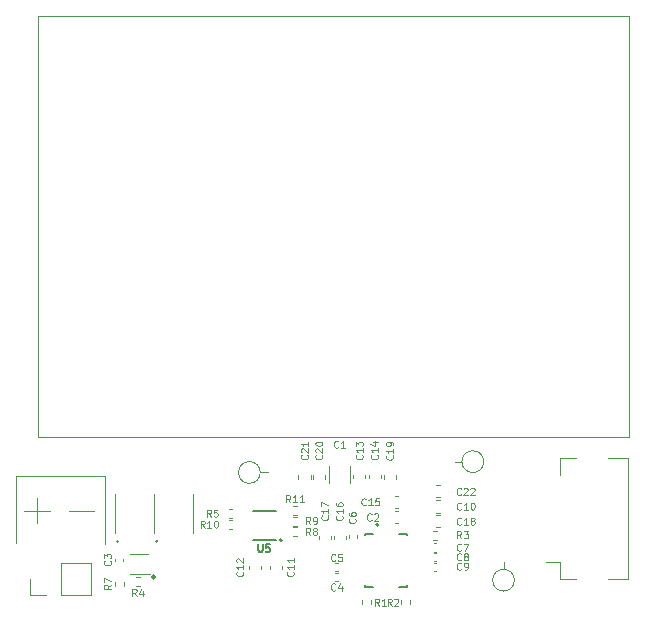
<source format=gbr>
G04 #@! TF.GenerationSoftware,KiCad,Pcbnew,(6.0.0)*
G04 #@! TF.CreationDate,2022-01-13T15:12:20+08:00*
G04 #@! TF.ProjectId,WirelessPower,57697265-6c65-4737-9350-6f7765722e6b,rev?*
G04 #@! TF.SameCoordinates,Original*
G04 #@! TF.FileFunction,Legend,Top*
G04 #@! TF.FilePolarity,Positive*
%FSLAX46Y46*%
G04 Gerber Fmt 4.6, Leading zero omitted, Abs format (unit mm)*
G04 Created by KiCad (PCBNEW (6.0.0)) date 2022-01-13 15:12:20*
%MOMM*%
%LPD*%
G01*
G04 APERTURE LIST*
%ADD10C,0.120000*%
%ADD11C,0.150000*%
%ADD12C,0.100000*%
%ADD13C,0.127000*%
%ADD14C,0.200000*%
G04 APERTURE END LIST*
D10*
X184610000Y-73390000D02*
X184610000Y-109080000D01*
X134610000Y-109080000D02*
X184610000Y-109080000D01*
X132740000Y-112320000D02*
X140240000Y-112320000D01*
X140240000Y-112320000D02*
X140240000Y-118110000D01*
X134510000Y-116370000D02*
X134510000Y-114210000D01*
X137210000Y-115290000D02*
X139370000Y-115290000D01*
X133440000Y-115290000D02*
X135600000Y-115290000D01*
X134610000Y-73390000D02*
X184610000Y-73390000D01*
X134610000Y-73390000D02*
X134610000Y-109080000D01*
X132740000Y-112320000D02*
X132740000Y-118020000D01*
D11*
X144555529Y-120920000D02*
G75*
G03*
X144555529Y-120920000I-165529J0D01*
G01*
G04 #@! TO.C,U5*
X153250380Y-118145922D02*
X153250380Y-118664018D01*
X153280857Y-118724970D01*
X153311333Y-118755446D01*
X153372285Y-118785922D01*
X153494190Y-118785922D01*
X153555142Y-118755446D01*
X153585619Y-118724970D01*
X153616095Y-118664018D01*
X153616095Y-118145922D01*
X154225619Y-118145922D02*
X153920857Y-118145922D01*
X153890380Y-118450684D01*
X153920857Y-118420208D01*
X153981809Y-118389732D01*
X154134190Y-118389732D01*
X154195142Y-118420208D01*
X154225619Y-118450684D01*
X154256095Y-118511637D01*
X154256095Y-118664018D01*
X154225619Y-118724970D01*
X154195142Y-118755446D01*
X154134190Y-118785922D01*
X153981809Y-118785922D01*
X153920857Y-118755446D01*
X153890380Y-118724970D01*
D12*
G04 #@! TO.C,C3*
X140734285Y-119540000D02*
X140762857Y-119568571D01*
X140791428Y-119654285D01*
X140791428Y-119711428D01*
X140762857Y-119797142D01*
X140705714Y-119854285D01*
X140648571Y-119882857D01*
X140534285Y-119911428D01*
X140448571Y-119911428D01*
X140334285Y-119882857D01*
X140277142Y-119854285D01*
X140220000Y-119797142D01*
X140191428Y-119711428D01*
X140191428Y-119654285D01*
X140220000Y-119568571D01*
X140248571Y-119540000D01*
X140191428Y-119340000D02*
X140191428Y-118968571D01*
X140420000Y-119168571D01*
X140420000Y-119082857D01*
X140448571Y-119025714D01*
X140477142Y-118997142D01*
X140534285Y-118968571D01*
X140677142Y-118968571D01*
X140734285Y-118997142D01*
X140762857Y-119025714D01*
X140791428Y-119082857D01*
X140791428Y-119254285D01*
X140762857Y-119311428D01*
X140734285Y-119340000D01*
G04 #@! TO.C,R4*
X142940000Y-122511428D02*
X142740000Y-122225714D01*
X142597142Y-122511428D02*
X142597142Y-121911428D01*
X142825714Y-121911428D01*
X142882857Y-121940000D01*
X142911428Y-121968571D01*
X142940000Y-122025714D01*
X142940000Y-122111428D01*
X142911428Y-122168571D01*
X142882857Y-122197142D01*
X142825714Y-122225714D01*
X142597142Y-122225714D01*
X143454285Y-122111428D02*
X143454285Y-122511428D01*
X143311428Y-121882857D02*
X143168571Y-122311428D01*
X143540000Y-122311428D01*
G04 #@! TO.C,R7*
X140791428Y-121570000D02*
X140505714Y-121770000D01*
X140791428Y-121912857D02*
X140191428Y-121912857D01*
X140191428Y-121684285D01*
X140220000Y-121627142D01*
X140248571Y-121598571D01*
X140305714Y-121570000D01*
X140391428Y-121570000D01*
X140448571Y-121598571D01*
X140477142Y-121627142D01*
X140505714Y-121684285D01*
X140505714Y-121912857D01*
X140191428Y-121370000D02*
X140191428Y-120970000D01*
X140791428Y-121227142D01*
G04 #@! TO.C,C1*
X160020000Y-109904285D02*
X159991428Y-109932857D01*
X159905714Y-109961428D01*
X159848571Y-109961428D01*
X159762857Y-109932857D01*
X159705714Y-109875714D01*
X159677142Y-109818571D01*
X159648571Y-109704285D01*
X159648571Y-109618571D01*
X159677142Y-109504285D01*
X159705714Y-109447142D01*
X159762857Y-109390000D01*
X159848571Y-109361428D01*
X159905714Y-109361428D01*
X159991428Y-109390000D01*
X160020000Y-109418571D01*
X160591428Y-109961428D02*
X160248571Y-109961428D01*
X160420000Y-109961428D02*
X160420000Y-109361428D01*
X160362857Y-109447142D01*
X160305714Y-109504285D01*
X160248571Y-109532857D01*
G04 #@! TO.C,C2*
X162835000Y-116074285D02*
X162806428Y-116102857D01*
X162720714Y-116131428D01*
X162663571Y-116131428D01*
X162577857Y-116102857D01*
X162520714Y-116045714D01*
X162492142Y-115988571D01*
X162463571Y-115874285D01*
X162463571Y-115788571D01*
X162492142Y-115674285D01*
X162520714Y-115617142D01*
X162577857Y-115560000D01*
X162663571Y-115531428D01*
X162720714Y-115531428D01*
X162806428Y-115560000D01*
X162835000Y-115588571D01*
X163063571Y-115588571D02*
X163092142Y-115560000D01*
X163149285Y-115531428D01*
X163292142Y-115531428D01*
X163349285Y-115560000D01*
X163377857Y-115588571D01*
X163406428Y-115645714D01*
X163406428Y-115702857D01*
X163377857Y-115788571D01*
X163035000Y-116131428D01*
X163406428Y-116131428D01*
G04 #@! TO.C,C4*
X159780000Y-121994285D02*
X159751428Y-122022857D01*
X159665714Y-122051428D01*
X159608571Y-122051428D01*
X159522857Y-122022857D01*
X159465714Y-121965714D01*
X159437142Y-121908571D01*
X159408571Y-121794285D01*
X159408571Y-121708571D01*
X159437142Y-121594285D01*
X159465714Y-121537142D01*
X159522857Y-121480000D01*
X159608571Y-121451428D01*
X159665714Y-121451428D01*
X159751428Y-121480000D01*
X159780000Y-121508571D01*
X160294285Y-121651428D02*
X160294285Y-122051428D01*
X160151428Y-121422857D02*
X160008571Y-121851428D01*
X160380000Y-121851428D01*
G04 #@! TO.C,C5*
X159780000Y-119504285D02*
X159751428Y-119532857D01*
X159665714Y-119561428D01*
X159608571Y-119561428D01*
X159522857Y-119532857D01*
X159465714Y-119475714D01*
X159437142Y-119418571D01*
X159408571Y-119304285D01*
X159408571Y-119218571D01*
X159437142Y-119104285D01*
X159465714Y-119047142D01*
X159522857Y-118990000D01*
X159608571Y-118961428D01*
X159665714Y-118961428D01*
X159751428Y-118990000D01*
X159780000Y-119018571D01*
X160322857Y-118961428D02*
X160037142Y-118961428D01*
X160008571Y-119247142D01*
X160037142Y-119218571D01*
X160094285Y-119190000D01*
X160237142Y-119190000D01*
X160294285Y-119218571D01*
X160322857Y-119247142D01*
X160351428Y-119304285D01*
X160351428Y-119447142D01*
X160322857Y-119504285D01*
X160294285Y-119532857D01*
X160237142Y-119561428D01*
X160094285Y-119561428D01*
X160037142Y-119532857D01*
X160008571Y-119504285D01*
G04 #@! TO.C,C6*
X161449285Y-115965000D02*
X161477857Y-115993571D01*
X161506428Y-116079285D01*
X161506428Y-116136428D01*
X161477857Y-116222142D01*
X161420714Y-116279285D01*
X161363571Y-116307857D01*
X161249285Y-116336428D01*
X161163571Y-116336428D01*
X161049285Y-116307857D01*
X160992142Y-116279285D01*
X160935000Y-116222142D01*
X160906428Y-116136428D01*
X160906428Y-116079285D01*
X160935000Y-115993571D01*
X160963571Y-115965000D01*
X160906428Y-115450714D02*
X160906428Y-115565000D01*
X160935000Y-115622142D01*
X160963571Y-115650714D01*
X161049285Y-115707857D01*
X161163571Y-115736428D01*
X161392142Y-115736428D01*
X161449285Y-115707857D01*
X161477857Y-115679285D01*
X161506428Y-115622142D01*
X161506428Y-115507857D01*
X161477857Y-115450714D01*
X161449285Y-115422142D01*
X161392142Y-115393571D01*
X161249285Y-115393571D01*
X161192142Y-115422142D01*
X161163571Y-115450714D01*
X161135000Y-115507857D01*
X161135000Y-115622142D01*
X161163571Y-115679285D01*
X161192142Y-115707857D01*
X161249285Y-115736428D01*
G04 #@! TO.C,C7*
X170424286Y-118624285D02*
X170395714Y-118652857D01*
X170310000Y-118681428D01*
X170252857Y-118681428D01*
X170167143Y-118652857D01*
X170110000Y-118595714D01*
X170081428Y-118538571D01*
X170052857Y-118424285D01*
X170052857Y-118338571D01*
X170081428Y-118224285D01*
X170110000Y-118167142D01*
X170167143Y-118110000D01*
X170252857Y-118081428D01*
X170310000Y-118081428D01*
X170395714Y-118110000D01*
X170424286Y-118138571D01*
X170624286Y-118081428D02*
X171024286Y-118081428D01*
X170767143Y-118681428D01*
G04 #@! TO.C,C8*
X170424286Y-119434285D02*
X170395714Y-119462857D01*
X170310000Y-119491428D01*
X170252857Y-119491428D01*
X170167143Y-119462857D01*
X170110000Y-119405714D01*
X170081428Y-119348571D01*
X170052857Y-119234285D01*
X170052857Y-119148571D01*
X170081428Y-119034285D01*
X170110000Y-118977142D01*
X170167143Y-118920000D01*
X170252857Y-118891428D01*
X170310000Y-118891428D01*
X170395714Y-118920000D01*
X170424286Y-118948571D01*
X170767143Y-119148571D02*
X170710000Y-119120000D01*
X170681428Y-119091428D01*
X170652857Y-119034285D01*
X170652857Y-119005714D01*
X170681428Y-118948571D01*
X170710000Y-118920000D01*
X170767143Y-118891428D01*
X170881428Y-118891428D01*
X170938571Y-118920000D01*
X170967143Y-118948571D01*
X170995714Y-119005714D01*
X170995714Y-119034285D01*
X170967143Y-119091428D01*
X170938571Y-119120000D01*
X170881428Y-119148571D01*
X170767143Y-119148571D01*
X170710000Y-119177142D01*
X170681428Y-119205714D01*
X170652857Y-119262857D01*
X170652857Y-119377142D01*
X170681428Y-119434285D01*
X170710000Y-119462857D01*
X170767143Y-119491428D01*
X170881428Y-119491428D01*
X170938571Y-119462857D01*
X170967143Y-119434285D01*
X170995714Y-119377142D01*
X170995714Y-119262857D01*
X170967143Y-119205714D01*
X170938571Y-119177142D01*
X170881428Y-119148571D01*
G04 #@! TO.C,C9*
X170424286Y-120244285D02*
X170395714Y-120272857D01*
X170310000Y-120301428D01*
X170252857Y-120301428D01*
X170167143Y-120272857D01*
X170110000Y-120215714D01*
X170081428Y-120158571D01*
X170052857Y-120044285D01*
X170052857Y-119958571D01*
X170081428Y-119844285D01*
X170110000Y-119787142D01*
X170167143Y-119730000D01*
X170252857Y-119701428D01*
X170310000Y-119701428D01*
X170395714Y-119730000D01*
X170424286Y-119758571D01*
X170710000Y-120301428D02*
X170824286Y-120301428D01*
X170881428Y-120272857D01*
X170910000Y-120244285D01*
X170967143Y-120158571D01*
X170995714Y-120044285D01*
X170995714Y-119815714D01*
X170967143Y-119758571D01*
X170938571Y-119730000D01*
X170881428Y-119701428D01*
X170767143Y-119701428D01*
X170710000Y-119730000D01*
X170681428Y-119758571D01*
X170652857Y-119815714D01*
X170652857Y-119958571D01*
X170681428Y-120015714D01*
X170710000Y-120044285D01*
X170767143Y-120072857D01*
X170881428Y-120072857D01*
X170938571Y-120044285D01*
X170967143Y-120015714D01*
X170995714Y-119958571D01*
G04 #@! TO.C,C10*
X170424285Y-115164285D02*
X170395714Y-115192857D01*
X170310000Y-115221428D01*
X170252857Y-115221428D01*
X170167142Y-115192857D01*
X170110000Y-115135714D01*
X170081428Y-115078571D01*
X170052857Y-114964285D01*
X170052857Y-114878571D01*
X170081428Y-114764285D01*
X170110000Y-114707142D01*
X170167142Y-114650000D01*
X170252857Y-114621428D01*
X170310000Y-114621428D01*
X170395714Y-114650000D01*
X170424285Y-114678571D01*
X170995714Y-115221428D02*
X170652857Y-115221428D01*
X170824285Y-115221428D02*
X170824285Y-114621428D01*
X170767142Y-114707142D01*
X170710000Y-114764285D01*
X170652857Y-114792857D01*
X171367142Y-114621428D02*
X171424285Y-114621428D01*
X171481428Y-114650000D01*
X171510000Y-114678571D01*
X171538571Y-114735714D01*
X171567142Y-114850000D01*
X171567142Y-114992857D01*
X171538571Y-115107142D01*
X171510000Y-115164285D01*
X171481428Y-115192857D01*
X171424285Y-115221428D01*
X171367142Y-115221428D01*
X171310000Y-115192857D01*
X171281428Y-115164285D01*
X171252857Y-115107142D01*
X171224285Y-114992857D01*
X171224285Y-114850000D01*
X171252857Y-114735714D01*
X171281428Y-114678571D01*
X171310000Y-114650000D01*
X171367142Y-114621428D01*
G04 #@! TO.C,C11*
X156194285Y-120445714D02*
X156222857Y-120474285D01*
X156251428Y-120560000D01*
X156251428Y-120617142D01*
X156222857Y-120702857D01*
X156165714Y-120760000D01*
X156108571Y-120788571D01*
X155994285Y-120817142D01*
X155908571Y-120817142D01*
X155794285Y-120788571D01*
X155737142Y-120760000D01*
X155680000Y-120702857D01*
X155651428Y-120617142D01*
X155651428Y-120560000D01*
X155680000Y-120474285D01*
X155708571Y-120445714D01*
X156251428Y-119874285D02*
X156251428Y-120217142D01*
X156251428Y-120045714D02*
X155651428Y-120045714D01*
X155737142Y-120102857D01*
X155794285Y-120160000D01*
X155822857Y-120217142D01*
X156251428Y-119302857D02*
X156251428Y-119645714D01*
X156251428Y-119474285D02*
X155651428Y-119474285D01*
X155737142Y-119531428D01*
X155794285Y-119588571D01*
X155822857Y-119645714D01*
G04 #@! TO.C,C12*
X151934285Y-120465714D02*
X151962857Y-120494285D01*
X151991428Y-120580000D01*
X151991428Y-120637142D01*
X151962857Y-120722857D01*
X151905714Y-120780000D01*
X151848571Y-120808571D01*
X151734285Y-120837142D01*
X151648571Y-120837142D01*
X151534285Y-120808571D01*
X151477142Y-120780000D01*
X151420000Y-120722857D01*
X151391428Y-120637142D01*
X151391428Y-120580000D01*
X151420000Y-120494285D01*
X151448571Y-120465714D01*
X151991428Y-119894285D02*
X151991428Y-120237142D01*
X151991428Y-120065714D02*
X151391428Y-120065714D01*
X151477142Y-120122857D01*
X151534285Y-120180000D01*
X151562857Y-120237142D01*
X151448571Y-119665714D02*
X151420000Y-119637142D01*
X151391428Y-119580000D01*
X151391428Y-119437142D01*
X151420000Y-119380000D01*
X151448571Y-119351428D01*
X151505714Y-119322857D01*
X151562857Y-119322857D01*
X151648571Y-119351428D01*
X151991428Y-119694285D01*
X151991428Y-119322857D01*
G04 #@! TO.C,R1*
X163470000Y-123331428D02*
X163270000Y-123045714D01*
X163127142Y-123331428D02*
X163127142Y-122731428D01*
X163355714Y-122731428D01*
X163412857Y-122760000D01*
X163441428Y-122788571D01*
X163470000Y-122845714D01*
X163470000Y-122931428D01*
X163441428Y-122988571D01*
X163412857Y-123017142D01*
X163355714Y-123045714D01*
X163127142Y-123045714D01*
X164041428Y-123331428D02*
X163698571Y-123331428D01*
X163870000Y-123331428D02*
X163870000Y-122731428D01*
X163812857Y-122817142D01*
X163755714Y-122874285D01*
X163698571Y-122902857D01*
G04 #@! TO.C,R2*
X164540000Y-123331428D02*
X164340000Y-123045714D01*
X164197142Y-123331428D02*
X164197142Y-122731428D01*
X164425714Y-122731428D01*
X164482857Y-122760000D01*
X164511428Y-122788571D01*
X164540000Y-122845714D01*
X164540000Y-122931428D01*
X164511428Y-122988571D01*
X164482857Y-123017142D01*
X164425714Y-123045714D01*
X164197142Y-123045714D01*
X164768571Y-122788571D02*
X164797142Y-122760000D01*
X164854285Y-122731428D01*
X164997142Y-122731428D01*
X165054285Y-122760000D01*
X165082857Y-122788571D01*
X165111428Y-122845714D01*
X165111428Y-122902857D01*
X165082857Y-122988571D01*
X164740000Y-123331428D01*
X165111428Y-123331428D01*
G04 #@! TO.C,R3*
X170424286Y-117621428D02*
X170224286Y-117335714D01*
X170081428Y-117621428D02*
X170081428Y-117021428D01*
X170310000Y-117021428D01*
X170367143Y-117050000D01*
X170395714Y-117078571D01*
X170424286Y-117135714D01*
X170424286Y-117221428D01*
X170395714Y-117278571D01*
X170367143Y-117307142D01*
X170310000Y-117335714D01*
X170081428Y-117335714D01*
X170624286Y-117021428D02*
X170995714Y-117021428D01*
X170795714Y-117250000D01*
X170881428Y-117250000D01*
X170938571Y-117278571D01*
X170967143Y-117307142D01*
X170995714Y-117364285D01*
X170995714Y-117507142D01*
X170967143Y-117564285D01*
X170938571Y-117592857D01*
X170881428Y-117621428D01*
X170710000Y-117621428D01*
X170652857Y-117592857D01*
X170624286Y-117564285D01*
G04 #@! TO.C,R5*
X149240000Y-115811428D02*
X149040000Y-115525714D01*
X148897142Y-115811428D02*
X148897142Y-115211428D01*
X149125714Y-115211428D01*
X149182857Y-115240000D01*
X149211428Y-115268571D01*
X149240000Y-115325714D01*
X149240000Y-115411428D01*
X149211428Y-115468571D01*
X149182857Y-115497142D01*
X149125714Y-115525714D01*
X148897142Y-115525714D01*
X149782857Y-115211428D02*
X149497142Y-115211428D01*
X149468571Y-115497142D01*
X149497142Y-115468571D01*
X149554285Y-115440000D01*
X149697142Y-115440000D01*
X149754285Y-115468571D01*
X149782857Y-115497142D01*
X149811428Y-115554285D01*
X149811428Y-115697142D01*
X149782857Y-115754285D01*
X149754285Y-115782857D01*
X149697142Y-115811428D01*
X149554285Y-115811428D01*
X149497142Y-115782857D01*
X149468571Y-115754285D01*
G04 #@! TO.C,R8*
X157650000Y-117361428D02*
X157450000Y-117075714D01*
X157307142Y-117361428D02*
X157307142Y-116761428D01*
X157535714Y-116761428D01*
X157592857Y-116790000D01*
X157621428Y-116818571D01*
X157650000Y-116875714D01*
X157650000Y-116961428D01*
X157621428Y-117018571D01*
X157592857Y-117047142D01*
X157535714Y-117075714D01*
X157307142Y-117075714D01*
X157992857Y-117018571D02*
X157935714Y-116990000D01*
X157907142Y-116961428D01*
X157878571Y-116904285D01*
X157878571Y-116875714D01*
X157907142Y-116818571D01*
X157935714Y-116790000D01*
X157992857Y-116761428D01*
X158107142Y-116761428D01*
X158164285Y-116790000D01*
X158192857Y-116818571D01*
X158221428Y-116875714D01*
X158221428Y-116904285D01*
X158192857Y-116961428D01*
X158164285Y-116990000D01*
X158107142Y-117018571D01*
X157992857Y-117018571D01*
X157935714Y-117047142D01*
X157907142Y-117075714D01*
X157878571Y-117132857D01*
X157878571Y-117247142D01*
X157907142Y-117304285D01*
X157935714Y-117332857D01*
X157992857Y-117361428D01*
X158107142Y-117361428D01*
X158164285Y-117332857D01*
X158192857Y-117304285D01*
X158221428Y-117247142D01*
X158221428Y-117132857D01*
X158192857Y-117075714D01*
X158164285Y-117047142D01*
X158107142Y-117018571D01*
G04 #@! TO.C,R9*
X157650000Y-116436428D02*
X157450000Y-116150714D01*
X157307142Y-116436428D02*
X157307142Y-115836428D01*
X157535714Y-115836428D01*
X157592857Y-115865000D01*
X157621428Y-115893571D01*
X157650000Y-115950714D01*
X157650000Y-116036428D01*
X157621428Y-116093571D01*
X157592857Y-116122142D01*
X157535714Y-116150714D01*
X157307142Y-116150714D01*
X157935714Y-116436428D02*
X158050000Y-116436428D01*
X158107142Y-116407857D01*
X158135714Y-116379285D01*
X158192857Y-116293571D01*
X158221428Y-116179285D01*
X158221428Y-115950714D01*
X158192857Y-115893571D01*
X158164285Y-115865000D01*
X158107142Y-115836428D01*
X157992857Y-115836428D01*
X157935714Y-115865000D01*
X157907142Y-115893571D01*
X157878571Y-115950714D01*
X157878571Y-116093571D01*
X157907142Y-116150714D01*
X157935714Y-116179285D01*
X157992857Y-116207857D01*
X158107142Y-116207857D01*
X158164285Y-116179285D01*
X158192857Y-116150714D01*
X158221428Y-116093571D01*
G04 #@! TO.C,R10*
X148704285Y-116731428D02*
X148504285Y-116445714D01*
X148361428Y-116731428D02*
X148361428Y-116131428D01*
X148590000Y-116131428D01*
X148647142Y-116160000D01*
X148675714Y-116188571D01*
X148704285Y-116245714D01*
X148704285Y-116331428D01*
X148675714Y-116388571D01*
X148647142Y-116417142D01*
X148590000Y-116445714D01*
X148361428Y-116445714D01*
X149275714Y-116731428D02*
X148932857Y-116731428D01*
X149104285Y-116731428D02*
X149104285Y-116131428D01*
X149047142Y-116217142D01*
X148990000Y-116274285D01*
X148932857Y-116302857D01*
X149647142Y-116131428D02*
X149704285Y-116131428D01*
X149761428Y-116160000D01*
X149790000Y-116188571D01*
X149818571Y-116245714D01*
X149847142Y-116360000D01*
X149847142Y-116502857D01*
X149818571Y-116617142D01*
X149790000Y-116674285D01*
X149761428Y-116702857D01*
X149704285Y-116731428D01*
X149647142Y-116731428D01*
X149590000Y-116702857D01*
X149561428Y-116674285D01*
X149532857Y-116617142D01*
X149504285Y-116502857D01*
X149504285Y-116360000D01*
X149532857Y-116245714D01*
X149561428Y-116188571D01*
X149590000Y-116160000D01*
X149647142Y-116131428D01*
G04 #@! TO.C,R11*
X155964285Y-114586428D02*
X155764285Y-114300714D01*
X155621428Y-114586428D02*
X155621428Y-113986428D01*
X155850000Y-113986428D01*
X155907142Y-114015000D01*
X155935714Y-114043571D01*
X155964285Y-114100714D01*
X155964285Y-114186428D01*
X155935714Y-114243571D01*
X155907142Y-114272142D01*
X155850000Y-114300714D01*
X155621428Y-114300714D01*
X156535714Y-114586428D02*
X156192857Y-114586428D01*
X156364285Y-114586428D02*
X156364285Y-113986428D01*
X156307142Y-114072142D01*
X156250000Y-114129285D01*
X156192857Y-114157857D01*
X157107142Y-114586428D02*
X156764285Y-114586428D01*
X156935714Y-114586428D02*
X156935714Y-113986428D01*
X156878571Y-114072142D01*
X156821428Y-114129285D01*
X156764285Y-114157857D01*
G04 #@! TO.C,C13*
X162034285Y-110585714D02*
X162062857Y-110614285D01*
X162091428Y-110700000D01*
X162091428Y-110757142D01*
X162062857Y-110842857D01*
X162005714Y-110900000D01*
X161948571Y-110928571D01*
X161834285Y-110957142D01*
X161748571Y-110957142D01*
X161634285Y-110928571D01*
X161577142Y-110900000D01*
X161520000Y-110842857D01*
X161491428Y-110757142D01*
X161491428Y-110700000D01*
X161520000Y-110614285D01*
X161548571Y-110585714D01*
X162091428Y-110014285D02*
X162091428Y-110357142D01*
X162091428Y-110185714D02*
X161491428Y-110185714D01*
X161577142Y-110242857D01*
X161634285Y-110300000D01*
X161662857Y-110357142D01*
X161491428Y-109814285D02*
X161491428Y-109442857D01*
X161720000Y-109642857D01*
X161720000Y-109557142D01*
X161748571Y-109500000D01*
X161777142Y-109471428D01*
X161834285Y-109442857D01*
X161977142Y-109442857D01*
X162034285Y-109471428D01*
X162062857Y-109500000D01*
X162091428Y-109557142D01*
X162091428Y-109728571D01*
X162062857Y-109785714D01*
X162034285Y-109814285D01*
G04 #@! TO.C,C15*
X162349285Y-114779285D02*
X162320714Y-114807857D01*
X162235000Y-114836428D01*
X162177857Y-114836428D01*
X162092142Y-114807857D01*
X162035000Y-114750714D01*
X162006428Y-114693571D01*
X161977857Y-114579285D01*
X161977857Y-114493571D01*
X162006428Y-114379285D01*
X162035000Y-114322142D01*
X162092142Y-114265000D01*
X162177857Y-114236428D01*
X162235000Y-114236428D01*
X162320714Y-114265000D01*
X162349285Y-114293571D01*
X162920714Y-114836428D02*
X162577857Y-114836428D01*
X162749285Y-114836428D02*
X162749285Y-114236428D01*
X162692142Y-114322142D01*
X162635000Y-114379285D01*
X162577857Y-114407857D01*
X163463571Y-114236428D02*
X163177857Y-114236428D01*
X163149285Y-114522142D01*
X163177857Y-114493571D01*
X163235000Y-114465000D01*
X163377857Y-114465000D01*
X163435000Y-114493571D01*
X163463571Y-114522142D01*
X163492142Y-114579285D01*
X163492142Y-114722142D01*
X163463571Y-114779285D01*
X163435000Y-114807857D01*
X163377857Y-114836428D01*
X163235000Y-114836428D01*
X163177857Y-114807857D01*
X163149285Y-114779285D01*
G04 #@! TO.C,C16*
X160349285Y-115720714D02*
X160377857Y-115749285D01*
X160406428Y-115835000D01*
X160406428Y-115892142D01*
X160377857Y-115977857D01*
X160320714Y-116035000D01*
X160263571Y-116063571D01*
X160149285Y-116092142D01*
X160063571Y-116092142D01*
X159949285Y-116063571D01*
X159892142Y-116035000D01*
X159835000Y-115977857D01*
X159806428Y-115892142D01*
X159806428Y-115835000D01*
X159835000Y-115749285D01*
X159863571Y-115720714D01*
X160406428Y-115149285D02*
X160406428Y-115492142D01*
X160406428Y-115320714D02*
X159806428Y-115320714D01*
X159892142Y-115377857D01*
X159949285Y-115435000D01*
X159977857Y-115492142D01*
X159806428Y-114635000D02*
X159806428Y-114749285D01*
X159835000Y-114806428D01*
X159863571Y-114835000D01*
X159949285Y-114892142D01*
X160063571Y-114920714D01*
X160292142Y-114920714D01*
X160349285Y-114892142D01*
X160377857Y-114863571D01*
X160406428Y-114806428D01*
X160406428Y-114692142D01*
X160377857Y-114635000D01*
X160349285Y-114606428D01*
X160292142Y-114577857D01*
X160149285Y-114577857D01*
X160092142Y-114606428D01*
X160063571Y-114635000D01*
X160035000Y-114692142D01*
X160035000Y-114806428D01*
X160063571Y-114863571D01*
X160092142Y-114892142D01*
X160149285Y-114920714D01*
G04 #@! TO.C,C17*
X159124285Y-115700714D02*
X159152857Y-115729285D01*
X159181428Y-115815000D01*
X159181428Y-115872142D01*
X159152857Y-115957857D01*
X159095714Y-116015000D01*
X159038571Y-116043571D01*
X158924285Y-116072142D01*
X158838571Y-116072142D01*
X158724285Y-116043571D01*
X158667142Y-116015000D01*
X158610000Y-115957857D01*
X158581428Y-115872142D01*
X158581428Y-115815000D01*
X158610000Y-115729285D01*
X158638571Y-115700714D01*
X159181428Y-115129285D02*
X159181428Y-115472142D01*
X159181428Y-115300714D02*
X158581428Y-115300714D01*
X158667142Y-115357857D01*
X158724285Y-115415000D01*
X158752857Y-115472142D01*
X158581428Y-114929285D02*
X158581428Y-114529285D01*
X159181428Y-114786428D01*
G04 #@! TO.C,C18*
X170424285Y-116424285D02*
X170395714Y-116452857D01*
X170310000Y-116481428D01*
X170252857Y-116481428D01*
X170167142Y-116452857D01*
X170110000Y-116395714D01*
X170081428Y-116338571D01*
X170052857Y-116224285D01*
X170052857Y-116138571D01*
X170081428Y-116024285D01*
X170110000Y-115967142D01*
X170167142Y-115910000D01*
X170252857Y-115881428D01*
X170310000Y-115881428D01*
X170395714Y-115910000D01*
X170424285Y-115938571D01*
X170995714Y-116481428D02*
X170652857Y-116481428D01*
X170824285Y-116481428D02*
X170824285Y-115881428D01*
X170767142Y-115967142D01*
X170710000Y-116024285D01*
X170652857Y-116052857D01*
X171338571Y-116138571D02*
X171281428Y-116110000D01*
X171252857Y-116081428D01*
X171224285Y-116024285D01*
X171224285Y-115995714D01*
X171252857Y-115938571D01*
X171281428Y-115910000D01*
X171338571Y-115881428D01*
X171452857Y-115881428D01*
X171510000Y-115910000D01*
X171538571Y-115938571D01*
X171567142Y-115995714D01*
X171567142Y-116024285D01*
X171538571Y-116081428D01*
X171510000Y-116110000D01*
X171452857Y-116138571D01*
X171338571Y-116138571D01*
X171281428Y-116167142D01*
X171252857Y-116195714D01*
X171224285Y-116252857D01*
X171224285Y-116367142D01*
X171252857Y-116424285D01*
X171281428Y-116452857D01*
X171338571Y-116481428D01*
X171452857Y-116481428D01*
X171510000Y-116452857D01*
X171538571Y-116424285D01*
X171567142Y-116367142D01*
X171567142Y-116252857D01*
X171538571Y-116195714D01*
X171510000Y-116167142D01*
X171452857Y-116138571D01*
G04 #@! TO.C,C14*
X163314285Y-110585714D02*
X163342857Y-110614285D01*
X163371428Y-110700000D01*
X163371428Y-110757142D01*
X163342857Y-110842857D01*
X163285714Y-110900000D01*
X163228571Y-110928571D01*
X163114285Y-110957142D01*
X163028571Y-110957142D01*
X162914285Y-110928571D01*
X162857142Y-110900000D01*
X162800000Y-110842857D01*
X162771428Y-110757142D01*
X162771428Y-110700000D01*
X162800000Y-110614285D01*
X162828571Y-110585714D01*
X163371428Y-110014285D02*
X163371428Y-110357142D01*
X163371428Y-110185714D02*
X162771428Y-110185714D01*
X162857142Y-110242857D01*
X162914285Y-110300000D01*
X162942857Y-110357142D01*
X162971428Y-109500000D02*
X163371428Y-109500000D01*
X162742857Y-109642857D02*
X163171428Y-109785714D01*
X163171428Y-109414285D01*
G04 #@! TO.C,C19*
X164614285Y-110615714D02*
X164642857Y-110644285D01*
X164671428Y-110730000D01*
X164671428Y-110787142D01*
X164642857Y-110872857D01*
X164585714Y-110930000D01*
X164528571Y-110958571D01*
X164414285Y-110987142D01*
X164328571Y-110987142D01*
X164214285Y-110958571D01*
X164157142Y-110930000D01*
X164100000Y-110872857D01*
X164071428Y-110787142D01*
X164071428Y-110730000D01*
X164100000Y-110644285D01*
X164128571Y-110615714D01*
X164671428Y-110044285D02*
X164671428Y-110387142D01*
X164671428Y-110215714D02*
X164071428Y-110215714D01*
X164157142Y-110272857D01*
X164214285Y-110330000D01*
X164242857Y-110387142D01*
X164671428Y-109758571D02*
X164671428Y-109644285D01*
X164642857Y-109587142D01*
X164614285Y-109558571D01*
X164528571Y-109501428D01*
X164414285Y-109472857D01*
X164185714Y-109472857D01*
X164128571Y-109501428D01*
X164100000Y-109530000D01*
X164071428Y-109587142D01*
X164071428Y-109701428D01*
X164100000Y-109758571D01*
X164128571Y-109787142D01*
X164185714Y-109815714D01*
X164328571Y-109815714D01*
X164385714Y-109787142D01*
X164414285Y-109758571D01*
X164442857Y-109701428D01*
X164442857Y-109587142D01*
X164414285Y-109530000D01*
X164385714Y-109501428D01*
X164328571Y-109472857D01*
G04 #@! TO.C,C20*
X158621785Y-110585714D02*
X158650357Y-110614285D01*
X158678928Y-110700000D01*
X158678928Y-110757142D01*
X158650357Y-110842857D01*
X158593214Y-110900000D01*
X158536071Y-110928571D01*
X158421785Y-110957142D01*
X158336071Y-110957142D01*
X158221785Y-110928571D01*
X158164642Y-110900000D01*
X158107500Y-110842857D01*
X158078928Y-110757142D01*
X158078928Y-110700000D01*
X158107500Y-110614285D01*
X158136071Y-110585714D01*
X158136071Y-110357142D02*
X158107500Y-110328571D01*
X158078928Y-110271428D01*
X158078928Y-110128571D01*
X158107500Y-110071428D01*
X158136071Y-110042857D01*
X158193214Y-110014285D01*
X158250357Y-110014285D01*
X158336071Y-110042857D01*
X158678928Y-110385714D01*
X158678928Y-110014285D01*
X158078928Y-109642857D02*
X158078928Y-109585714D01*
X158107500Y-109528571D01*
X158136071Y-109500000D01*
X158193214Y-109471428D01*
X158307500Y-109442857D01*
X158450357Y-109442857D01*
X158564642Y-109471428D01*
X158621785Y-109500000D01*
X158650357Y-109528571D01*
X158678928Y-109585714D01*
X158678928Y-109642857D01*
X158650357Y-109700000D01*
X158621785Y-109728571D01*
X158564642Y-109757142D01*
X158450357Y-109785714D01*
X158307500Y-109785714D01*
X158193214Y-109757142D01*
X158136071Y-109728571D01*
X158107500Y-109700000D01*
X158078928Y-109642857D01*
G04 #@! TO.C,C21*
X157394285Y-110585714D02*
X157422857Y-110614285D01*
X157451428Y-110700000D01*
X157451428Y-110757142D01*
X157422857Y-110842857D01*
X157365714Y-110900000D01*
X157308571Y-110928571D01*
X157194285Y-110957142D01*
X157108571Y-110957142D01*
X156994285Y-110928571D01*
X156937142Y-110900000D01*
X156880000Y-110842857D01*
X156851428Y-110757142D01*
X156851428Y-110700000D01*
X156880000Y-110614285D01*
X156908571Y-110585714D01*
X156908571Y-110357142D02*
X156880000Y-110328571D01*
X156851428Y-110271428D01*
X156851428Y-110128571D01*
X156880000Y-110071428D01*
X156908571Y-110042857D01*
X156965714Y-110014285D01*
X157022857Y-110014285D01*
X157108571Y-110042857D01*
X157451428Y-110385714D01*
X157451428Y-110014285D01*
X157451428Y-109442857D02*
X157451428Y-109785714D01*
X157451428Y-109614285D02*
X156851428Y-109614285D01*
X156937142Y-109671428D01*
X156994285Y-109728571D01*
X157022857Y-109785714D01*
G04 #@! TO.C,C22*
X170414285Y-113919285D02*
X170385714Y-113947857D01*
X170300000Y-113976428D01*
X170242857Y-113976428D01*
X170157142Y-113947857D01*
X170100000Y-113890714D01*
X170071428Y-113833571D01*
X170042857Y-113719285D01*
X170042857Y-113633571D01*
X170071428Y-113519285D01*
X170100000Y-113462142D01*
X170157142Y-113405000D01*
X170242857Y-113376428D01*
X170300000Y-113376428D01*
X170385714Y-113405000D01*
X170414285Y-113433571D01*
X170642857Y-113433571D02*
X170671428Y-113405000D01*
X170728571Y-113376428D01*
X170871428Y-113376428D01*
X170928571Y-113405000D01*
X170957142Y-113433571D01*
X170985714Y-113490714D01*
X170985714Y-113547857D01*
X170957142Y-113633571D01*
X170614285Y-113976428D01*
X170985714Y-113976428D01*
X171214285Y-113433571D02*
X171242857Y-113405000D01*
X171300000Y-113376428D01*
X171442857Y-113376428D01*
X171500000Y-113405000D01*
X171528571Y-113433571D01*
X171557142Y-113490714D01*
X171557142Y-113547857D01*
X171528571Y-113633571D01*
X171185714Y-113976428D01*
X171557142Y-113976428D01*
D13*
G04 #@! TO.C,U5*
X154770000Y-117789999D02*
X152770000Y-117789999D01*
X154770000Y-115329999D02*
X152770000Y-115329999D01*
D14*
X155270000Y-117789999D02*
G75*
G03*
X155270000Y-117789999I-100000J0D01*
G01*
D13*
G04 #@! TO.C,U2*
X165170000Y-121730000D02*
X165820000Y-121730000D01*
X165170000Y-117230000D02*
X165820000Y-117230000D01*
X165820000Y-121730000D02*
X165820000Y-121580000D01*
X162320000Y-121730000D02*
X162970000Y-121730000D01*
X165820000Y-117230000D02*
X165820000Y-117380000D01*
X162320000Y-117230000D02*
X162970000Y-117230000D01*
X162320000Y-121580000D02*
X162320000Y-121730000D01*
X162320000Y-117380000D02*
X162320000Y-117230000D01*
D14*
X163420000Y-116480000D02*
G75*
G03*
X163420000Y-116480000I-100000J0D01*
G01*
D12*
G04 #@! TO.C,C3*
X141830000Y-119557836D02*
X141830000Y-119342164D01*
X141110000Y-119557836D02*
X141110000Y-119342164D01*
G04 #@! TO.C,R4*
X142896359Y-120890000D02*
X143203641Y-120890000D01*
X142896359Y-121650000D02*
X143203641Y-121650000D01*
G04 #@! TO.C,R7*
X141860000Y-121633641D02*
X141860000Y-121326359D01*
X141100000Y-121633641D02*
X141100000Y-121326359D01*
G04 #@! TO.C,U1*
X144054999Y-120660000D02*
X142354999Y-120660000D01*
X143904999Y-118960000D02*
X142354999Y-118960000D01*
G04 #@! TO.C,U3*
X147690000Y-117179999D02*
X147690000Y-113879999D01*
X144390000Y-117179999D02*
X144390000Y-113879999D01*
X144740000Y-117879999D02*
G75*
G03*
X144740000Y-117879999I-100000J0D01*
G01*
G04 #@! TO.C,U4*
X144380000Y-117180000D02*
X144380000Y-113880000D01*
X141080000Y-117180000D02*
X141080000Y-113880000D01*
X141430000Y-117880000D02*
G75*
G03*
X141430000Y-117880000I-100000J0D01*
G01*
G04 #@! TO.C,J5*
X135250000Y-122420000D02*
X133920000Y-122420000D01*
X136520000Y-122420000D02*
X139120000Y-122420000D01*
X136520000Y-119760000D02*
X139120000Y-119760000D01*
X136520000Y-122420000D02*
X136520000Y-119760000D01*
X139120000Y-122420000D02*
X139120000Y-119760000D01*
X133920000Y-122420000D02*
X133920000Y-121090000D01*
G04 #@! TO.C,C1*
X159200000Y-111528748D02*
X159200000Y-112951252D01*
X161020000Y-111528748D02*
X161020000Y-112951252D01*
G04 #@! TO.C,C2*
X164794420Y-116370000D02*
X165075580Y-116370000D01*
X164794420Y-115350000D02*
X165075580Y-115350000D01*
G04 #@! TO.C,C4*
X159772164Y-120540000D02*
X159987836Y-120540000D01*
X159772164Y-121260000D02*
X159987836Y-121260000D01*
G04 #@! TO.C,C5*
X159772164Y-120440000D02*
X159987836Y-120440000D01*
X159772164Y-119720000D02*
X159987836Y-119720000D01*
G04 #@! TO.C,C6*
X161620000Y-117372164D02*
X161620000Y-117587836D01*
X160900000Y-117372164D02*
X160900000Y-117587836D01*
G04 #@! TO.C,C7*
X168092164Y-118770000D02*
X168307836Y-118770000D01*
X168092164Y-118050000D02*
X168307836Y-118050000D01*
G04 #@! TO.C,C8*
X168092164Y-119590000D02*
X168307836Y-119590000D01*
X168092164Y-118870000D02*
X168307836Y-118870000D01*
G04 #@! TO.C,C9*
X168092164Y-119690000D02*
X168307836Y-119690000D01*
X168092164Y-120410000D02*
X168307836Y-120410000D01*
G04 #@! TO.C,C10*
X168610580Y-114430000D02*
X168329420Y-114430000D01*
X168610580Y-115450000D02*
X168329420Y-115450000D01*
G04 #@! TO.C,C11*
X154260000Y-120220580D02*
X154260000Y-119939420D01*
X155280000Y-120220580D02*
X155280000Y-119939420D01*
G04 #@! TO.C,C12*
X153450000Y-119939420D02*
X153450000Y-120220580D01*
X152430000Y-119939420D02*
X152430000Y-120220580D01*
D10*
G04 #@! TO.C,J6*
X170490000Y-111140000D02*
X169870000Y-111140000D01*
X172330000Y-111140000D02*
G75*
G03*
X172330000Y-111140000I-920000J0D01*
G01*
D12*
G04 #@! TO.C,R1*
X162040000Y-123203640D02*
X162040000Y-122896358D01*
X162800000Y-123203640D02*
X162800000Y-122896358D01*
G04 #@! TO.C,R2*
X166100000Y-122896359D02*
X166100000Y-123203641D01*
X165340000Y-122896359D02*
X165340000Y-123203641D01*
G04 #@! TO.C,R3*
X168056359Y-116990000D02*
X168363641Y-116990000D01*
X168056359Y-117750000D02*
X168363641Y-117750000D01*
G04 #@! TO.C,R5*
X151033641Y-115920000D02*
X150726359Y-115920000D01*
X151033641Y-115160000D02*
X150726359Y-115160000D01*
G04 #@! TO.C,R8*
X156196359Y-117470000D02*
X156503641Y-117470000D01*
X156196359Y-116710000D02*
X156503641Y-116710000D01*
G04 #@! TO.C,R9*
X156196359Y-116550000D02*
X156503641Y-116550000D01*
X156196359Y-115790000D02*
X156503641Y-115790000D01*
G04 #@! TO.C,R10*
X151033641Y-116839999D02*
X150726359Y-116839999D01*
X151033641Y-116079999D02*
X150726359Y-116079999D01*
G04 #@! TO.C,R11*
X156196358Y-115630000D02*
X156503640Y-115630000D01*
X156196358Y-114870000D02*
X156503640Y-114870000D01*
G04 #@! TO.C,TH1*
X174010000Y-120260000D02*
X174010000Y-119640000D01*
X174930000Y-121180000D02*
G75*
G03*
X174930000Y-121180000I-920000J0D01*
G01*
G04 #@! TO.C,TH2*
X153410000Y-112060000D02*
X154030000Y-112060000D01*
X153410000Y-112060000D02*
G75*
G03*
X153410000Y-112060000I-920000J0D01*
G01*
G04 #@! TO.C,C13*
X161300000Y-112279420D02*
X161300000Y-112560580D01*
X162320000Y-112279420D02*
X162320000Y-112560580D01*
G04 #@! TO.C,C15*
X164794420Y-114055000D02*
X165075580Y-114055000D01*
X164794420Y-115075000D02*
X165075580Y-115075000D01*
G04 #@! TO.C,C16*
X159625000Y-117399420D02*
X159625000Y-117680580D01*
X160645000Y-117399420D02*
X160645000Y-117680580D01*
G04 #@! TO.C,C17*
X158400000Y-117399420D02*
X158400000Y-117680580D01*
X159420000Y-117399420D02*
X159420000Y-117680580D01*
G04 #@! TO.C,C18*
X168610580Y-116710000D02*
X168329420Y-116710000D01*
X168610580Y-115690000D02*
X168329420Y-115690000D01*
G04 #@! TO.C,J7*
X184580000Y-110810000D02*
X182840000Y-110810000D01*
X178780000Y-121110000D02*
X180120000Y-121110000D01*
X178780000Y-110810000D02*
X180120000Y-110810000D01*
X182840000Y-121110000D02*
X184580000Y-121110000D01*
X178780000Y-112300000D02*
X178780000Y-110810000D01*
X178780000Y-119620000D02*
X177580000Y-119620000D01*
X178780000Y-119620000D02*
X178780000Y-121110000D01*
X184580000Y-121110000D02*
X184580000Y-110810000D01*
G04 #@! TO.C,C14*
X162600000Y-112269420D02*
X162600000Y-112550580D01*
X163620000Y-112269420D02*
X163620000Y-112550580D01*
G04 #@! TO.C,C19*
X164920000Y-112299420D02*
X164920000Y-112580580D01*
X163900000Y-112299420D02*
X163900000Y-112580580D01*
G04 #@! TO.C,C20*
X157900000Y-112289420D02*
X157900000Y-112570580D01*
X158920000Y-112289420D02*
X158920000Y-112570580D01*
G04 #@! TO.C,C21*
X157670000Y-112289420D02*
X157670000Y-112570580D01*
X156650000Y-112289420D02*
X156650000Y-112570580D01*
D10*
G04 #@! TO.C,C22*
X168610580Y-114175000D02*
X168329420Y-114175000D01*
X168610580Y-113155000D02*
X168329420Y-113155000D01*
G04 #@! TD*
M02*

</source>
